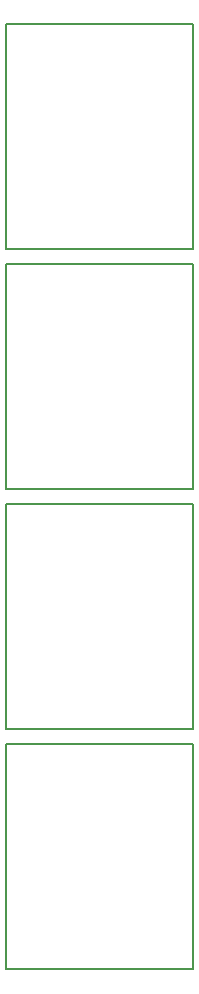
<source format=gbr>
G04 #@! TF.GenerationSoftware,KiCad,Pcbnew,5.0.1+dfsg1-2*
G04 #@! TF.CreationDate,2018-11-18T21:04:06+01:00*
G04 #@! TF.ProjectId,icestick-rj45-shield,696365737469636B2D726A34352D7368,rev?*
G04 #@! TF.SameCoordinates,Original*
G04 #@! TF.FileFunction,Legend,Bot*
G04 #@! TF.FilePolarity,Positive*
%FSLAX46Y46*%
G04 Gerber Fmt 4.6, Leading zero omitted, Abs format (unit mm)*
G04 Created by KiCad (PCBNEW 5.0.1+dfsg1-2) date So 18 Nov 2018 21:04:06 CET*
%MOMM*%
%LPD*%
G01*
G04 APERTURE LIST*
%ADD10C,0.150000*%
G04 APERTURE END LIST*
D10*
G04 #@! TO.C,J4*
X193040000Y-116205000D02*
X193040000Y-135255000D01*
X177165000Y-135255000D02*
X177165000Y-116205000D01*
X177165000Y-116205000D02*
X193040000Y-116205000D01*
X193040000Y-135255000D02*
X177165000Y-135255000D01*
G04 #@! TO.C,J3*
X193040000Y-95885000D02*
X193040000Y-114935000D01*
X177165000Y-114935000D02*
X177165000Y-95885000D01*
X177165000Y-95885000D02*
X193040000Y-95885000D01*
X193040000Y-114935000D02*
X177165000Y-114935000D01*
G04 #@! TO.C,J1*
X193040000Y-55245000D02*
X193040000Y-74295000D01*
X177165000Y-74295000D02*
X177165000Y-55245000D01*
X177165000Y-55245000D02*
X193040000Y-55245000D01*
X193040000Y-74295000D02*
X177165000Y-74295000D01*
G04 #@! TO.C,J2*
X193040000Y-75565000D02*
X193040000Y-94615000D01*
X177165000Y-94615000D02*
X177165000Y-75565000D01*
X177165000Y-75565000D02*
X193040000Y-75565000D01*
X193040000Y-94615000D02*
X177165000Y-94615000D01*
G04 #@! TD*
M02*

</source>
